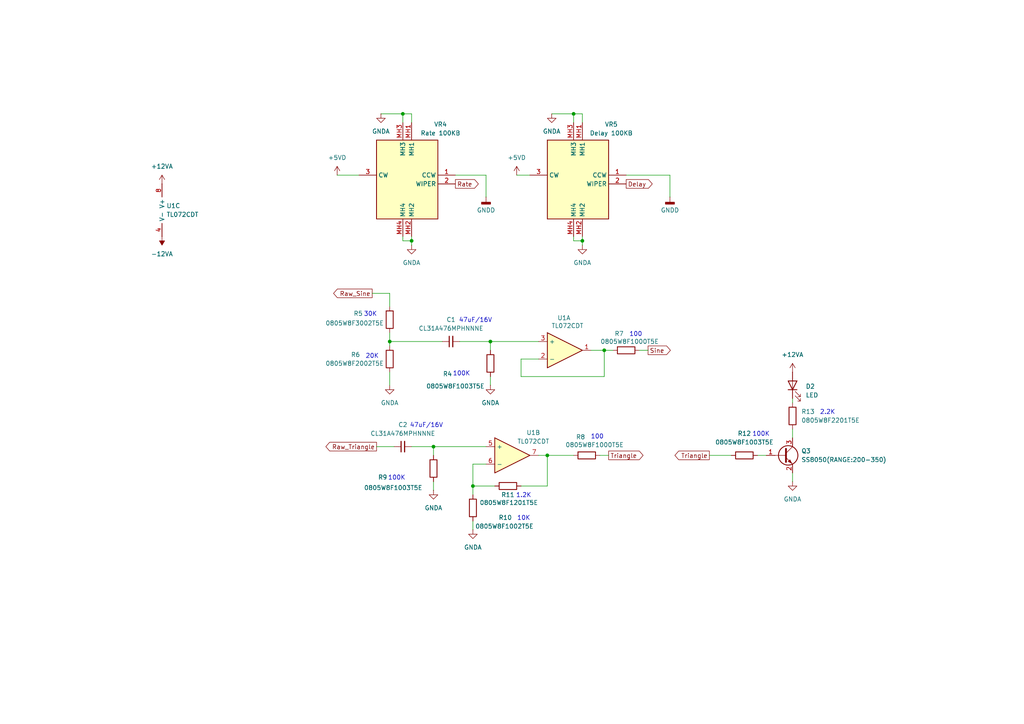
<source format=kicad_sch>
(kicad_sch (version 20250114) (generator "eeschema") (generator_version "9.0")
  (paper "A4")
  (lib_symbols
    (symbol "Device:C_Small" (pin_numbers (hide yes)) (pin_names (offset 0.254) (hide yes))
      (property "Reference" "C" (at 0.254 1.778 0))
      (property "Value" "C_Small" (at 0.254 -2.032 0))
      (symbol "C_Small_0_1"
        (polyline (pts (xy -1.524 0.508) (xy 1.524 0.508)) (stroke (width 0.3048)))
        (polyline (pts (xy -1.524 -0.508) (xy 1.524 -0.508)) (stroke (width 0.3302)))
      )
      (symbol "C_Small_1_1"
        (pin passive line (at 0 2.54 270) (length 2.032) (name "~") (number "1"))
        (pin passive line (at 0 -2.54 90) (length 2.032) (name "~") (number "2"))
      )
    )
    (symbol "Device:LED" (pin_numbers (hide yes)) (pin_names (offset 1.016) (hide yes))
      (property "Reference" "D" (at 0 2.54 0))
      (property "Value" "LED" (at 0 -2.54 0))
      (symbol "LED_0_1"
        (polyline (pts (xy -3.048 -0.762) (xy -4.572 -2.286) (xy -3.81 -2.286) (xy -4.572 -2.286) (xy -4.572 -1.524)))
        (polyline (pts (xy -1.778 -0.762) (xy -3.302 -2.286) (xy -2.54 -2.286) (xy -3.302 -2.286) (xy -3.302 -1.524)))
        (polyline (pts (xy -1.27 0) (xy 1.27 0)))
        (polyline (pts (xy -1.27 -1.27) (xy -1.27 1.27)) (stroke (width 0.254)))
        (polyline (pts (xy 1.27 -1.27) (xy 1.27 1.27) (xy -1.27 0) (xy 1.27 -1.27)) (stroke (width 0.254)))
      )
      (symbol "LED_1_1"
        (pin passive line (at -3.81 0 0) (length 2.54) (name "K") (number "1"))
        (pin passive line (at 3.81 0 180) (length 2.54) (name "A") (number "2"))
      )
    )
    (symbol "Device:Opamp_Dual"
      (property "Reference" "U" (at 0 5.08 0))
      (property "Value" "Opamp_Dual" (at 0 -5.08 0))
      (symbol "Opamp_Dual_1_1"
        (polyline (pts (xy -5.08 5.08) (xy 5.08 0) (xy -5.08 -5.08) (xy -5.08 5.08)) (stroke (width 0.254)) (fill (type background)))
        (pin input line (at -7.62 2.54 0) (length 2.54) (name "+") (number "3"))
        (pin input line (at -7.62 -2.54 0) (length 2.54) (name "-") (number "2"))
        (pin output line (at 7.62 0 180) (length 2.54) (name "~") (number "1"))
      )
      (symbol "Opamp_Dual_2_1"
        (polyline (pts (xy -5.08 5.08) (xy 5.08 0) (xy -5.08 -5.08) (xy -5.08 5.08)) (stroke (width 0.254)) (fill (type background)))
        (pin input line (at -7.62 2.54 0) (length 2.54) (name "+") (number "5"))
        (pin input line (at -7.62 -2.54 0) (length 2.54) (name "-") (number "6"))
        (pin output line (at 7.62 0 180) (length 2.54) (name "~") (number "7"))
      )
      (symbol "Opamp_Dual_3_1"
        (pin power_in line (at -2.54 7.62 270) (length 3.81) (name "V+") (number "8"))
        (pin power_in line (at -2.54 -7.62 90) (length 3.81) (name "V-") (number "4"))
      )
    )
    (symbol "Device:R" (pin_numbers (hide yes)) (pin_names (offset 0))
      (property "Reference" "R" (at 2.032 0 90))
      (property "Value" "R" (at 0 0 90))
      (symbol "R_0_1"
        (rectangle (start -1.016 -2.54) (end 1.016 2.54) (stroke (width 0.254)))
      )
      (symbol "R_1_1"
        (pin passive line (at 0 3.81 270) (length 1.27) (name "~") (number "1"))
        (pin passive line (at 0 -3.81 90) (length 1.27) (name "~") (number "2"))
      )
    )
    (symbol "Opamp_Dual_1"
      (property "Reference" "U" (at 0 5.08 0))
      (property "Value" "Opamp_Dual" (at 0 -5.08 0))
      (symbol "Opamp_Dual_1_1_1"
        (polyline (pts (xy -5.08 5.08) (xy 5.08 0) (xy -5.08 -5.08) (xy -5.08 5.08)) (stroke (width 0.254)) (fill (type background)))
        (pin input line (at -7.62 2.54 0) (length 2.54) (name "+") (number "3"))
        (pin input line (at -7.62 -2.54 0) (length 2.54) (name "-") (number "2"))
        (pin output line (at 7.62 0 180) (length 2.54) (name "~") (number "1"))
      )
      (symbol "Opamp_Dual_1_2_1"
        (polyline (pts (xy -5.08 5.08) (xy 5.08 0) (xy -5.08 -5.08) (xy -5.08 5.08)) (stroke (width 0.254)) (fill (type background)))
        (pin input line (at -7.62 2.54 0) (length 2.54) (name "+") (number "5"))
        (pin input line (at -7.62 -2.54 0) (length 2.54) (name "-") (number "6"))
        (pin output line (at 7.62 0 180) (length 2.54) (name "~") (number "7"))
      )
      (symbol "Opamp_Dual_1_3_1"
        (pin power_in line (at -2.54 7.62 270) (length 3.81) (name "V+") (number "8"))
        (pin power_in line (at -2.54 -7.62 90) (length 3.81) (name "V-") (number "4"))
      )
    )
    (symbol "Opamp_Dual_2"
      (property "Reference" "U" (at 0 5.08 0))
      (property "Value" "Opamp_Dual" (at 0 -5.08 0))
      (symbol "Opamp_Dual_2_1_1"
        (polyline (pts (xy -5.08 5.08) (xy 5.08 0) (xy -5.08 -5.08) (xy -5.08 5.08)) (stroke (width 0.254)) (fill (type background)))
        (pin input line (at -7.62 2.54 0) (length 2.54) (name "+") (number "3"))
        (pin input line (at -7.62 -2.54 0) (length 2.54) (name "-") (number "2"))
        (pin output line (at 7.62 0 180) (length 2.54) (name "~") (number "1"))
      )
      (symbol "Opamp_Dual_2_2_1"
        (polyline (pts (xy -5.08 5.08) (xy 5.08 0) (xy -5.08 -5.08) (xy -5.08 5.08)) (stroke (width 0.254)) (fill (type background)))
        (pin input line (at -7.62 2.54 0) (length 2.54) (name "+") (number "5"))
        (pin input line (at -7.62 -2.54 0) (length 2.54) (name "-") (number "6"))
        (pin output line (at 7.62 0 180) (length 2.54) (name "~") (number "7"))
      )
      (symbol "Opamp_Dual_2_3_1"
        (pin power_in line (at -2.54 7.62 270) (length 3.81) (name "V+") (number "8"))
        (pin power_in line (at -2.54 -7.62 90) (length 3.81) (name "V-") (number "4"))
      )
    )
    (symbol "SamacSys_Parts:PTA2043-2010CIB104"
      (property "Reference" "VR" (at 24.13 15.24 0))
      (property "Value" "PTA2043-2010CIB104" (at 24.13 12.7 0))
      (symbol "PTA2043-2010CIB104_1_1"
        (rectangle (start 5.08 10.16) (end 22.86 -12.7) (stroke (width 0.254)) (fill (type background)))
        (pin passive line (at 0 0 0) (length 5.08) (name "CCW") (number "1"))
        (pin passive line (at 0 -2.54 0) (length 5.08) (name "WIPER") (number "2"))
        (pin passive line (at 12.7 15.24 270) (length 5.08) (name "MH1") (number "MH1"))
        (pin passive line (at 12.7 -17.78 90) (length 5.08) (name "MH2") (number "MH2"))
        (pin passive line (at 15.24 15.24 270) (length 5.08) (name "MH3") (number "MH3"))
        (pin passive line (at 15.24 -17.78 90) (length 5.08) (name "MH4") (number "MH4"))
        (pin passive line (at 27.94 0 180) (length 5.08) (name "CW") (number "3"))
      )
    )
    (symbol "Transistor_BJT:SS8050" (pin_names (offset 0) (hide yes))
      (property "Reference" "Q" (at 5.08 1.905 0))
      (property "Value" "SS8050" (at 5.08 0 0))
      (symbol "SS8050_0_1"
        (polyline (pts (xy -2.54 0) (xy 0.635 0)))
        (polyline (pts (xy 0.635 1.905) (xy 0.635 -1.905)) (stroke (width 0.508)))
        (circle (center 1.27 0) (radius 2.8194) (stroke (width 0.254)))
      )
      (symbol "SS8050_1_1"
        (polyline (pts (xy 0.635 0.635) (xy 2.54 2.54)))
        (polyline (pts (xy 0.635 -0.635) (xy 2.54 -2.54)))
        (polyline (pts (xy 1.27 -1.778) (xy 1.778 -1.27) (xy 2.286 -2.286) (xy 1.27 -1.778)) (fill (type outline)))
        (pin input line (at -5.08 0 0) (length 2.54) (name "B") (number "1"))
        (pin passive line (at 2.54 5.08 270) (length 2.54) (name "C") (number "3"))
        (pin passive line (at 2.54 -5.08 90) (length 2.54) (name "E") (number "2"))
      )
    )
    (symbol "power:+12VA" (power) (pin_numbers (hide yes)) (pin_names (offset 0) (hide yes))
      (property "Value" "+12VA" (at 0 3.556 0))
      (symbol "+12VA_0_1"
        (polyline (pts (xy -0.762 1.27) (xy 0 2.54)))
        (polyline (pts (xy 0 2.54) (xy 0.762 1.27)))
        (polyline (pts (xy 0 0) (xy 0 2.54)))
      )
      (symbol "+12VA_1_1"
        (pin power_in line (at 0 0 90) (length 0) (name "~") (number "1"))
      )
    )
    (symbol "power:+5VD" (power) (pin_numbers (hide yes)) (pin_names (offset 0) (hide yes))
      (property "Value" "+5VD" (at 0 3.556 0))
      (symbol "+5VD_0_1"
        (polyline (pts (xy -0.762 1.27) (xy 0 2.54)))
        (polyline (pts (xy 0 2.54) (xy 0.762 1.27)))
        (polyline (pts (xy 0 0) (xy 0 2.54)))
      )
      (symbol "+5VD_1_1"
        (pin power_in line (at 0 0 90) (length 0) (name "~") (number "1"))
      )
    )
    (symbol "power:-12VA" (power) (pin_numbers (hide yes)) (pin_names (offset 0) (hide yes))
      (property "Value" "-12VA" (at 0 3.556 0))
      (symbol "-12VA_0_0"
        (pin power_in line (at 0 0 90) (length 0) (name "~") (number "1"))
      )
      (symbol "-12VA_0_1"
        (polyline (pts (xy 0 0) (xy 0 1.27) (xy 0.762 1.27) (xy 0 2.54) (xy -0.762 1.27) (xy 0 1.27)) (fill (type outline)))
      )
    )
    (symbol "power:GNDA" (power) (pin_numbers (hide yes)) (pin_names (offset 0) (hide yes))
      (property "Value" "GNDA" (at 0 -3.81 0))
      (symbol "GNDA_0_1"
        (polyline (pts (xy 0 0) (xy 0 -1.27) (xy 1.27 -1.27) (xy 0 -2.54) (xy -1.27 -1.27) (xy 0 -1.27)))
      )
      (symbol "GNDA_1_1"
        (pin power_in line (at 0 0 270) (length 0) (name "~") (number "1"))
      )
    )
    (symbol "power:GNDD" (power) (pin_numbers (hide yes)) (pin_names (offset 0) (hide yes))
      (property "Value" "GNDD" (at 0 -3.175 0))
      (symbol "GNDD_0_1"
        (rectangle (start -1.27 -1.524) (end 1.27 -2.032) (stroke (width 0.254)) (fill (type outline)))
        (polyline (pts (xy 0 0) (xy 0 -1.524)))
      )
      (symbol "GNDD_1_1"
        (pin power_in line (at 0 0 270) (length 0) (name "~") (number "1"))
      )
    )
  )
  (text "100K" (at 220.726 125.984 0) (effects (font (size 1.27 1.27))))
  (text "30K" (at 107.442 91.186 0) (effects (font (size 1.27 1.27))))
  (text "47uF/16V" (at 137.922 92.964 0) (effects (font (size 1.27 1.27))))
  (text "100K" (at 133.858 108.458 0) (effects (font (size 1.27 1.27))))
  (text "10K" (at 151.892 150.368 0) (effects (font (size 1.27 1.27))))
  (text "2.2K" (at 240.03 119.634 0) (effects (font (size 1.27 1.27))))
  (text "20K" (at 107.95 103.378 0) (effects (font (size 1.27 1.27))))
  (text "100K" (at 115.062 138.684 0) (effects (font (size 1.27 1.27))))
  (text "100" (at 173.228 126.746 0) (effects (font (size 1.27 1.27))))
  (text "1.2K" (at 151.892 143.764 0) (effects (font (size 1.27 1.27))))
  (text "47uF/16V" (at 123.698 123.444 0) (effects (font (size 1.27 1.27))))
  (text "100" (at 184.404 97.028 0) (effects (font (size 1.27 1.27))))
  (junction (at 125.73 129.54))
  (junction (at 119.38 69.85))
  (junction (at 116.84 33.02))
  (junction (at 113.03 99.06))
  (junction (at 168.91 69.85))
  (junction (at 158.75 132.08))
  (junction (at 175.26 101.6))
  (junction (at 137.16 140.97))
  (junction (at 142.24 99.06))
  (junction (at 166.37 33.02))
  (wire (pts (xy 137.16 140.97) (xy 137.16 143.51)))
  (wire (pts (xy 113.03 96.52) (xy 113.03 99.06)))
  (wire (pts (xy 132.08 50.8) (xy 140.97 50.8)))
  (wire (pts (xy 119.38 69.85) (xy 119.38 71.12)))
  (wire (pts (xy 151.13 109.22) (xy 175.26 109.22)))
  (wire (pts (xy 194.31 50.8) (xy 194.31 57.15)))
  (wire (pts (xy 116.84 33.02) (xy 116.84 35.56)))
  (wire (pts (xy 125.73 129.54) (xy 140.97 129.54)))
  (wire (pts (xy 171.45 101.6) (xy 175.26 101.6)))
  (wire (pts (xy 113.03 99.06) (xy 113.03 100.33)))
  (wire (pts (xy 137.16 151.13) (xy 137.16 153.67)))
  (wire (pts (xy 113.03 85.09) (xy 113.03 88.9)))
  (wire (pts (xy 137.16 134.62) (xy 137.16 140.97)))
  (wire (pts (xy 140.97 50.8) (xy 140.97 57.15)))
  (wire (pts (xy 168.91 69.85) (xy 166.37 69.85)))
  (wire (pts (xy 125.73 139.7) (xy 125.73 142.24)))
  (wire (pts (xy 133.35 99.06) (xy 142.24 99.06)))
  (wire (pts (xy 142.24 99.06) (xy 142.24 101.6)))
  (wire (pts (xy 151.13 140.97) (xy 158.75 140.97)))
  (wire (pts (xy 166.37 69.85) (xy 166.37 68.58)))
  (wire (pts (xy 125.73 129.54) (xy 125.73 132.08)))
  (wire (pts (xy 229.87 124.46) (xy 229.87 127)))
  (wire (pts (xy 143.51 140.97) (xy 137.16 140.97)))
  (wire (pts (xy 158.75 140.97) (xy 158.75 132.08)))
  (wire (pts (xy 140.97 134.62) (xy 137.16 134.62)))
  (wire (pts (xy 160.02 33.02) (xy 166.37 33.02)))
  (wire (pts (xy 113.03 107.95) (xy 113.03 111.76)))
  (wire (pts (xy 116.84 69.85) (xy 116.84 68.58)))
  (wire (pts (xy 173.99 132.08) (xy 176.53 132.08)))
  (wire (pts (xy 205.74 132.08) (xy 212.09 132.08)))
  (wire (pts (xy 175.26 109.22) (xy 175.26 101.6)))
  (wire (pts (xy 119.38 129.54) (xy 125.73 129.54)))
  (wire (pts (xy 149.86 50.8) (xy 153.67 50.8)))
  (wire (pts (xy 168.91 69.85) (xy 168.91 71.12)))
  (wire (pts (xy 97.79 50.8) (xy 104.14 50.8)))
  (wire (pts (xy 156.21 104.14) (xy 151.13 104.14)))
  (wire (pts (xy 175.26 101.6) (xy 177.8 101.6)))
  (wire (pts (xy 110.49 33.02) (xy 116.84 33.02)))
  (wire (pts (xy 156.21 132.08) (xy 158.75 132.08)))
  (wire (pts (xy 119.38 33.02) (xy 119.38 35.56)))
  (wire (pts (xy 181.61 50.8) (xy 194.31 50.8)))
  (wire (pts (xy 158.75 132.08) (xy 166.37 132.08)))
  (wire (pts (xy 229.87 115.57) (xy 229.87 116.84)))
  (wire (pts (xy 113.03 99.06) (xy 128.27 99.06)))
  (wire (pts (xy 119.38 68.58) (xy 119.38 69.85)))
  (wire (pts (xy 142.24 109.22) (xy 142.24 111.76)))
  (wire (pts (xy 109.22 129.54) (xy 114.3 129.54)))
  (wire (pts (xy 168.91 33.02) (xy 168.91 35.56)))
  (wire (pts (xy 229.87 137.16) (xy 229.87 139.7)))
  (wire (pts (xy 107.95 85.09) (xy 113.03 85.09)))
  (wire (pts (xy 166.37 33.02) (xy 166.37 35.56)))
  (wire (pts (xy 119.38 69.85) (xy 116.84 69.85)))
  (wire (pts (xy 185.42 101.6) (xy 187.96 101.6)))
  (wire (pts (xy 142.24 99.06) (xy 156.21 99.06)))
  (wire (pts (xy 219.71 132.08) (xy 222.25 132.08)))
  (wire (pts (xy 166.37 33.02) (xy 168.91 33.02)))
  (wire (pts (xy 168.91 68.58) (xy 168.91 69.85)))
  (wire (pts (xy 116.84 33.02) (xy 119.38 33.02)))
  (wire (pts (xy 151.13 104.14) (xy 151.13 109.22)))
  (global_label "Triangle" (shape output) (at 205.74 132.08 180) (property "Intersheetrefs" "${INTERSHEET_REFS}" (effects (hide yes))))
  (global_label "Triangle" (shape output) (at 176.53 132.08 0) (property "Intersheetrefs" "${INTERSHEET_REFS}" (effects (hide yes))))
  (global_label "Delay" (shape output) (at 181.61 53.34 0) (property "Intersheetrefs" "${INTERSHEET_REFS}" (effects (hide yes))))
  (global_label "Raw_Triangle" (shape output) (at 109.22 129.54 180) (property "Intersheetrefs" "${INTERSHEET_REFS}" (effects (hide yes))))
  (global_label "Rate" (shape output) (at 132.08 53.34 0) (property "Intersheetrefs" "${INTERSHEET_REFS}" (effects (hide yes))))
  (global_label "Raw_Sine" (shape output) (at 107.95 85.09 180) (property "Intersheetrefs" "${INTERSHEET_REFS}" (effects (hide yes))))
  (global_label "Sine" (shape output) (at 187.96 101.6 0) (property "Intersheetrefs" "${INTERSHEET_REFS}" (effects (hide yes))))
  (symbol (lib_id "Device:R") (at 181.61 101.6 90) (unit 1)
    (property "Reference" "R7" (at 179.578 96.774 90))
    (property "Value" "0805W8F1000T5E" (at 182.626 99.06 90))
    (property "Footprint" "Resistor_SMD:R_0805_2012Metric_Pad1.20x1.40mm_HandSolder" (effects (hide yes)))
    (property "Description" "Resistor" (effects (hide yes)))
  )
  (symbol (lib_id "Device:R") (at 170.18 132.08 90) (unit 1)
    (property "Reference" "R8" (at 168.402 126.746 90))
    (property "Value" "0805W8F1000T5E" (at 172.466 129.032 90))
    (property "Footprint" "Resistor_SMD:R_0805_2012Metric_Pad1.20x1.40mm_HandSolder" (effects (hide yes)))
    (property "Description" "Resistor" (effects (hide yes)))
  )
  (symbol (lib_id "power:GNDA") (at 113.03 111.76 0) (unit 1)
    (property "Reference" "#PWR048" (effects (hide yes)))
    (property "Value" "GNDA" (at 113.03 116.84 0))
    (property "Description" "Power symbol creates a global label with name \"GNDA\" , analog ground" (effects (hide yes)))
  )
  (symbol (lib_id "SamacSys_Parts:PTA2043-2010CIB104") (at 181.61 50.8 0) (mirror y) (unit 1)
    (property "Reference" "VR5" (at 177.292 36.068 0))
    (property "Value" "Delay 100KB" (at 177.292 38.608 0))
    (property "Footprint" "SamacSys_parts:PTA20432010CIB104" (effects (hide yes)))
    (property "Datasheet" "https://www.bourns.com/docs/Product-Datasheets/pta.pdf" (effects (hide yes)))
    (property "Description" "100 kOhms 0.1W, 1/10W Through Hole Slide Potentiometer Top Adjustment Type" (effects (hide yes)))
    (property "Height" "26.5" (effects (hide yes)))
    (property "Manufacturer_Name" "Bourns" (effects (hide yes)))
    (property "Manufacturer_Part_Number" "PTA2043-2010CIB104" (effects (hide yes)))
    (property "Mouser Part Number" "652-PTA2432010CIB104" (effects (hide yes)))
    (property "Mouser Price/Stock" "https://www.mouser.co.uk/ProductDetail/Bourns/PTA2043-2010CIB104?qs=QARuOjD9jaHYsv9Jo8DrWA%3D%3D" (effects (hide yes)))
    (property "Arrow Part Number" "PTA2043-2010CIB104" (effects (hide yes)))
    (property "Arrow Price/Stock" "https://www.arrow.com/en/products/pta2043-2010cib104/bourns?utm_currency=USD&region=nac" (effects (hide yes)))
  )
  (symbol (lib_id "power:GNDA") (at 119.38 71.12 0) (unit 1)
    (property "Reference" "#PWR014" (effects (hide yes)))
    (property "Value" "GNDA" (at 119.38 76.2 0))
    (property "Description" "Power symbol creates a global label with name \"GNDA\" , analog ground" (effects (hide yes)))
  )
  (symbol (lib_id "Transistor_BJT:SS8050") (at 227.33 132.08 0) (unit 1)
    (property "Reference" "Q3" (at 232.41 130.8099 0) (effects (justify left)))
    (property "Value" "SS8050(RANGE:200-350)" (at 232.41 133.3499 0) (effects (justify left)))
    (property "Footprint" "SamacSys_parts:SOT95P240X115-3N" (effects (hide yes)))
    (property "Datasheet" "http://www.secosgmbh.com/datasheet/products/SSMPTransistor/SOT-23/SS8050.pdf" (effects (hide yes)))
    (property "Description" "General Purpose NPN Transistor, 1.5A Ic, 25V Vce, SOT-23" (effects (hide yes)))
  )
  (symbol (lib_id "power:GNDD") (at 194.31 57.15 0) (unit 1)
    (property "Reference" "#PWR0193" (effects (hide yes)))
    (property "Value" "GNDD" (at 194.31 60.96 0))
    (property "Description" "Power symbol creates a global label with name \"GNDD\" , digital ground" (effects (hide yes)))
  )
  (symbol (lib_id "power:GNDA") (at 229.87 139.7 0) (unit 1)
    (property "Reference" "#PWR047" (effects (hide yes)))
    (property "Value" "GNDA" (at 229.87 144.78 0))
    (property "Description" "Power symbol creates a global label with name \"GNDA\" , analog ground" (effects (hide yes)))
  )
  (symbol (lib_id "power:GNDA") (at 110.49 33.02 0) (unit 1)
    (property "Reference" "#PWR021" (effects (hide yes)))
    (property "Value" "GNDA" (at 110.49 38.1 0))
    (property "Description" "Power symbol creates a global label with name \"GNDA\" , analog ground" (effects (hide yes)))
  )
  (symbol (lib_id "Device:R") (at 113.03 92.71 0) (unit 1)
    (property "Reference" "R5" (at 103.886 90.932 0))
    (property "Value" "0805W8F3002T5E" (at 102.87 93.726 0))
    (property "Footprint" "Resistor_SMD:R_0805_2012Metric_Pad1.20x1.40mm_HandSolder" (effects (hide yes)))
    (property "Description" "Resistor" (effects (hide yes)))
  )
  (symbol (lib_id "power:GNDA") (at 168.91 71.12 0) (unit 1)
    (property "Reference" "#PWR013" (effects (hide yes)))
    (property "Value" "GNDA" (at 168.91 76.2 0))
    (property "Description" "Power symbol creates a global label with name \"GNDA\" , analog ground" (effects (hide yes)))
  )
  (symbol (lib_id "power:GNDA") (at 142.24 111.76 0) (unit 1)
    (property "Reference" "#PWR036" (effects (hide yes)))
    (property "Value" "GNDA" (at 142.24 116.84 0))
    (property "Description" "Power symbol creates a global label with name \"GNDA\" , analog ground" (effects (hide yes)))
  )
  (symbol (lib_name "Opamp_Dual_2") (lib_id "Device:Opamp_Dual") (at 163.83 101.6 0) (unit 1)
    (property "Reference" "U1" (at 163.576 92.202 0))
    (property "Value" "TL072CDT" (at 164.592 94.488 0))
    (property "Footprint" "Package_SO:SOIC-8_3.9x4.9mm_P1.27mm" (effects (hide yes)))
    (property "Description" "Dual operational amplifier" (effects (hide yes)))
    (property "Sim.Library" "${KICAD7_SYMBOL_DIR}/Simulation_SPICE.sp" (effects (hide yes)))
    (property "Sim.Name" "kicad_builtin_opamp_dual" (effects (hide yes)))
    (property "Sim.Device" "SUBCKT" (effects (hide yes)))
    (property "Sim.Pins" "1=out1 2=in1- 3=in1+ 4=vee 5=in2+ 6=in2- 7=out2 8=vcc" (effects (hide yes)))
  )
  (symbol (lib_id "SamacSys_Parts:PTA2043-2010CIB104") (at 132.08 50.8 0) (mirror y) (unit 1)
    (property "Reference" "VR4" (at 127.762 36.068 0))
    (property "Value" "Rate 100KB" (at 127.762 38.608 0))
    (property "Footprint" "SamacSys_parts:PTA20432010CIB104" (effects (hide yes)))
    (property "Datasheet" "https://www.bourns.com/docs/Product-Datasheets/pta.pdf" (effects (hide yes)))
    (property "Description" "100 kOhms 0.1W, 1/10W Through Hole Slide Potentiometer Top Adjustment Type" (effects (hide yes)))
    (property "Height" "26.5" (effects (hide yes)))
    (property "Manufacturer_Name" "Bourns" (effects (hide yes)))
    (property "Manufacturer_Part_Number" "PTA2043-2010CIB104" (effects (hide yes)))
    (property "Mouser Part Number" "652-PTA2432010CIB104" (effects (hide yes)))
    (property "Mouser Price/Stock" "https://www.mouser.co.uk/ProductDetail/Bourns/PTA2043-2010CIB104?qs=QARuOjD9jaHYsv9Jo8DrWA%3D%3D" (effects (hide yes)))
    (property "Arrow Part Number" "PTA2043-2010CIB104" (effects (hide yes)))
    (property "Arrow Price/Stock" "https://www.arrow.com/en/products/pta2043-2010cib104/bourns?utm_currency=USD&region=nac" (effects (hide yes)))
  )
  (symbol (lib_id "power:-12VA") (at 46.99 68.58 180) (unit 1)
    (property "Reference" "#PWR031" (effects (hide yes)))
    (property "Value" "-12VA" (at 46.99 73.66 0))
    (property "Description" "Power symbol creates a global label with name \"-12VA\"" (effects (hide yes)))
  )
  (symbol (lib_name "Opamp_Dual_1") (lib_id "Device:Opamp_Dual") (at 148.59 132.08 0) (unit 2)
    (property "Reference" "U1" (at 154.686 125.476 0))
    (property "Value" "TL072CDT" (at 154.686 128.016 0))
    (property "Footprint" "Package_SO:SOIC-8_3.9x4.9mm_P1.27mm" (effects (hide yes)))
    (property "Description" "Dual operational amplifier" (effects (hide yes)))
    (property "Sim.Library" "${KICAD7_SYMBOL_DIR}/Simulation_SPICE.sp" (effects (hide yes)))
    (property "Sim.Name" "kicad_builtin_opamp_dual" (effects (hide yes)))
    (property "Sim.Device" "SUBCKT" (effects (hide yes)))
    (property "Sim.Pins" "1=out1 2=in1- 3=in1+ 4=vee 5=in2+ 6=in2- 7=out2 8=vcc" (effects (hide yes)))
  )
  (symbol (lib_id "power:GNDA") (at 125.73 142.24 0) (unit 1)
    (property "Reference" "#PWR039" (effects (hide yes)))
    (property "Value" "GNDA" (at 125.73 147.32 0))
    (property "Description" "Power symbol creates a global label with name \"GNDA\" , analog ground" (effects (hide yes)))
  )
  (symbol (lib_id "power:GNDD") (at 140.97 57.15 0) (unit 1)
    (property "Reference" "#PWR0192" (effects (hide yes)))
    (property "Value" "GNDD" (at 140.97 60.96 0))
    (property "Description" "Power symbol creates a global label with name \"GNDD\" , digital ground" (effects (hide yes)))
  )
  (symbol (lib_id "power:+12VA") (at 46.99 53.34 0) (unit 1)
    (property "Reference" "#PWR030" (effects (hide yes)))
    (property "Value" "+12VA" (at 46.99 48.26 0))
    (property "Description" "Power symbol creates a global label with name \"+12VA\"" (effects (hide yes)))
  )
  (symbol (lib_id "Device:R") (at 113.03 104.14 0) (unit 1)
    (property "Reference" "R6" (at 103.124 102.87 0))
    (property "Value" "0805W8F2002T5E" (at 102.87 105.41 0))
    (property "Footprint" "Resistor_SMD:R_0805_2012Metric_Pad1.20x1.40mm_HandSolder" (effects (hide yes)))
    (property "Description" "Resistor" (effects (hide yes)))
  )
  (symbol (lib_id "Device:R") (at 125.73 135.89 180) (unit 1)
    (property "Reference" "R9" (at 110.998 138.43 0))
    (property "Value" "0805W8F1003T5E" (at 114.046 141.478 0))
    (property "Footprint" "Resistor_SMD:R_0805_2012Metric_Pad1.20x1.40mm_HandSolder" (effects (hide yes)))
    (property "Description" "Resistor" (effects (hide yes)))
  )
  (symbol (lib_id "Device:R") (at 142.24 105.41 180) (unit 1)
    (property "Reference" "R4" (at 129.794 108.458 0))
    (property "Value" "0805W8F1003T5E" (at 132.08 112.014 0))
    (property "Footprint" "Resistor_SMD:R_0805_2012Metric_Pad1.20x1.40mm_HandSolder" (effects (hide yes)))
    (property "Description" "Resistor" (effects (hide yes)))
  )
  (symbol (lib_id "Device:R") (at 229.87 120.65 180) (unit 1)
    (property "Reference" "R13" (at 232.41 119.3799 0) (effects (justify right)))
    (property "Value" "0805W8F2201T5E" (at 232.41 121.9199 0) (effects (justify right)))
    (property "Footprint" "Resistor_SMD:R_0805_2012Metric_Pad1.20x1.40mm_HandSolder" (effects (hide yes)))
    (property "Description" "Resistor" (effects (hide yes)))
  )
  (symbol (lib_id "Device:Opamp_Dual") (at 49.53 60.96 0) (unit 3)
    (property "Reference" "U1" (at 48.26 59.6899 0) (effects (justify left)))
    (property "Value" "TL072CDT" (at 48.26 62.2299 0) (effects (justify left)))
    (property "Footprint" "Package_SO:SOIC-8_3.9x4.9mm_P1.27mm" (effects (hide yes)))
    (property "Description" "Dual operational amplifier" (effects (hide yes)))
    (property "Sim.Library" "${KICAD9_SYMBOL_DIR}/Simulation_SPICE.sp" (effects (hide yes)))
    (property "Sim.Name" "kicad_builtin_opamp_dual" (effects (hide yes)))
    (property "Sim.Device" "SUBCKT" (effects (hide yes)))
    (property "Sim.Pins" "1=out1 2=in1- 3=in1+ 4=vee 5=in2+ 6=in2- 7=out2 8=vcc" (effects (hide yes)))
  )
  (symbol (lib_id "Device:C_Small") (at 116.84 129.54 90) (unit 1)
    (property "Reference" "C2" (at 116.8463 123.19 90))
    (property "Value" "CL31A476MPHNNNE" (at 116.8463 125.73 90))
    (property "Footprint" "Capacitor_SMD:C_1206_3216Metric_Pad1.33x1.80mm_HandSolder" (effects (hide yes)))
    (property "Description" "Unpolarized capacitor, small symbol" (effects (hide yes)))
  )
  (symbol (lib_id "Device:R") (at 147.32 140.97 90) (unit 1)
    (property "Reference" "R11" (at 147.32 143.51 90))
    (property "Value" "0805W8F1201T5E" (at 147.574 145.796 90))
    (property "Footprint" "Resistor_SMD:R_0805_2012Metric_Pad1.20x1.40mm_HandSolder" (effects (hide yes)))
    (property "Description" "Resistor" (effects (hide yes)))
  )
  (symbol (lib_id "power:GNDA") (at 137.16 153.67 0) (unit 1)
    (property "Reference" "#PWR037" (effects (hide yes)))
    (property "Value" "GNDA" (at 137.16 158.75 0))
    (property "Description" "Power symbol creates a global label with name \"GNDA\" , analog ground" (effects (hide yes)))
  )
  (symbol (lib_id "Device:R") (at 137.16 147.32 180) (unit 1)
    (property "Reference" "R10" (at 146.558 150.114 0))
    (property "Value" "0805W8F1002T5E" (at 146.304 152.654 0))
    (property "Footprint" "Resistor_SMD:R_0805_2012Metric_Pad1.20x1.40mm_HandSolder" (effects (hide yes)))
    (property "Description" "Resistor" (effects (hide yes)))
  )
  (symbol (lib_id "power:+12VA") (at 229.87 107.95 0) (unit 1)
    (property "Reference" "#PWR046" (effects (hide yes)))
    (property "Value" "+12VA" (at 229.87 102.87 0))
    (property "Description" "Power symbol creates a global label with name \"+12VA\"" (effects (hide yes)))
  )
  (symbol (lib_id "Device:R") (at 215.9 132.08 90) (unit 1)
    (property "Reference" "R12" (at 215.9 125.73 90))
    (property "Value" "0805W8F1003T5E" (at 215.9 128.27 90))
    (property "Footprint" "Resistor_SMD:R_0805_2012Metric_Pad1.20x1.40mm_HandSolder" (effects (hide yes)))
    (property "Description" "Resistor" (effects (hide yes)))
  )
  (symbol (lib_id "power:+5VD") (at 97.79 50.8 0) (unit 1)
    (property "Reference" "#PWR0196" (effects (hide yes)))
    (property "Value" "+5VD" (at 97.79 45.72 0))
    (property "Description" "Power symbol creates a global label with name \"+5VD\"" (effects (hide yes)))
  )
  (symbol (lib_id "Device:LED") (at 229.87 111.76 90) (unit 1)
    (property "Reference" "D2" (at 233.68 112.0774 90) (effects (justify right)))
    (property "Value" "LED" (at 233.68 114.6174 90) (effects (justify right)))
    (property "Footprint" "LED_THT:LED_D5.0mm_FlatTop" (effects (hide yes)))
    (property "Description" "Light emitting diode" (effects (hide yes)))
    (property "Sim.Pins" "1=K 2=A" (effects (hide yes)))
  )
  (symbol (lib_id "power:+5VD") (at 149.86 50.8 0) (unit 1)
    (property "Reference" "#PWR0194" (effects (hide yes)))
    (property "Value" "+5VD" (at 149.86 45.72 0))
    (property "Description" "Power symbol creates a global label with name \"+5VD\"" (effects (hide yes)))
  )
  (symbol (lib_id "Device:C_Small") (at 130.81 99.06 90) (unit 1)
    (property "Reference" "C1" (at 130.8163 92.71 90))
    (property "Value" "CL31A476MPHNNNE" (at 130.8163 95.25 90))
    (property "Footprint" "Capacitor_SMD:C_1206_3216Metric_Pad1.33x1.80mm_HandSolder" (effects (hide yes)))
    (property "Description" "Unpolarized capacitor, small symbol" (effects (hide yes)))
  )
  (symbol (lib_id "power:GNDA") (at 160.02 33.02 0) (unit 1)
    (property "Reference" "#PWR022" (effects (hide yes)))
    (property "Value" "GNDA" (at 160.02 38.1 0))
    (property "Description" "Power symbol creates a global label with name \"GNDA\" , analog ground" (effects (hide yes)))
  )
)
</source>
